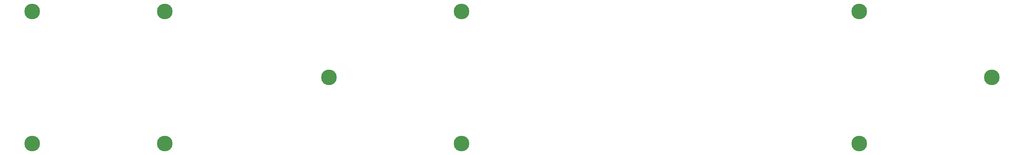
<source format=gbr>
G04 #@! TF.GenerationSoftware,KiCad,Pcbnew,(5.1.2-1)-1*
G04 #@! TF.CreationDate,2020-02-22T14:07:28-06:00*
G04 #@! TF.ProjectId,therick64BASP_top_plate,74686572-6963-46b3-9634-424153505f74,rev?*
G04 #@! TF.SameCoordinates,Original*
G04 #@! TF.FileFunction,Copper,L2,Bot*
G04 #@! TF.FilePolarity,Positive*
%FSLAX46Y46*%
G04 Gerber Fmt 4.6, Leading zero omitted, Abs format (unit mm)*
G04 Created by KiCad (PCBNEW (5.1.2-1)-1) date 2020-02-22 14:07:28*
%MOMM*%
%LPD*%
G04 APERTURE LIST*
%ADD10C,4.500000*%
G04 APERTURE END LIST*
D10*
X102979729Y-99179739D03*
X64979829Y-99179739D03*
X102979729Y-61179839D03*
X64979829Y-61179839D03*
X150099605Y-80179789D03*
X188099505Y-61179839D03*
X188099505Y-99179739D03*
X302099205Y-61179839D03*
X302099205Y-99179739D03*
X340099105Y-80179789D03*
M02*

</source>
